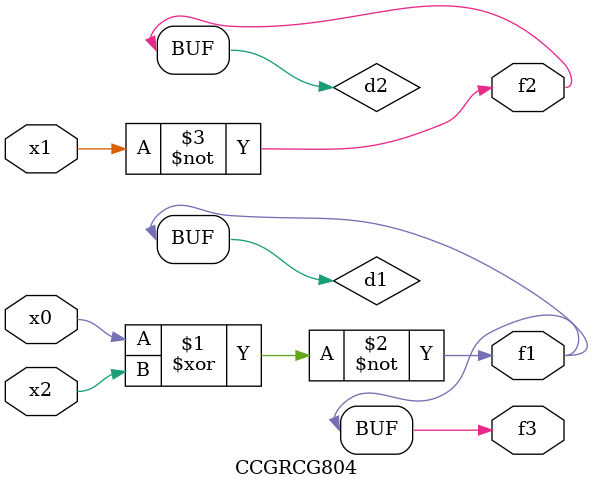
<source format=v>
module CCGRCG804(
	input x0, x1, x2,
	output f1, f2, f3
);

	wire d1, d2, d3;

	xnor (d1, x0, x2);
	nand (d2, x1);
	nor (d3, x1, x2);
	assign f1 = d1;
	assign f2 = d2;
	assign f3 = d1;
endmodule

</source>
